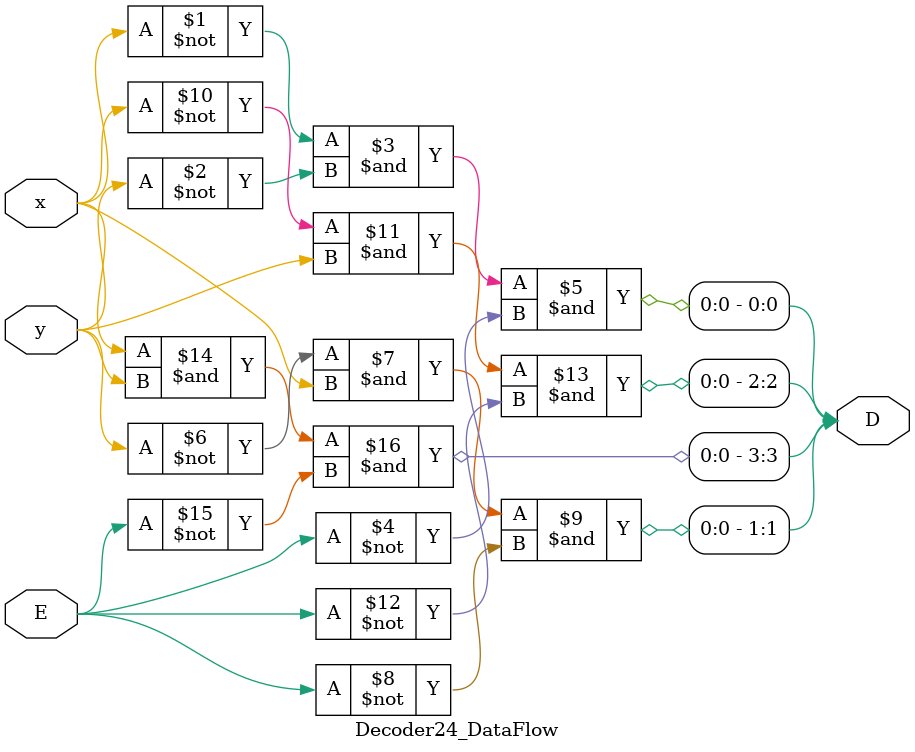
<source format=v>
module Decoder24_DataFlow(x, y, E, D);
    
    input x, y, E;
    output [3:0] D;

    assign D[0] = ~x & ~y & ~E;
    assign D[1] = ~y &  x & ~E;
    assign D[2] = ~x &  y & ~E;
    assign D[3] =  x &  y & ~E;

endmodule
// Part c
</source>
